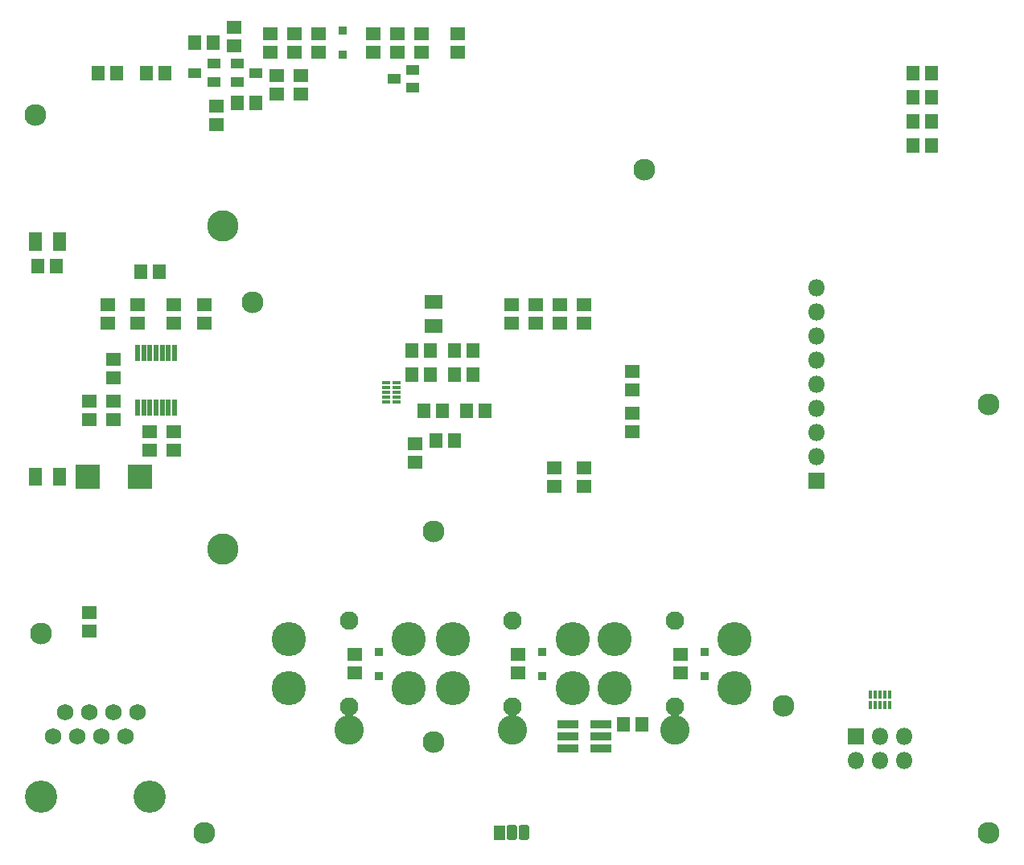
<source format=gbs>
G04 #@! TF.GenerationSoftware,KiCad,Pcbnew,(5.1.6)-1*
G04 #@! TF.CreationDate,2021-04-11T16:08:57+02:00*
G04 #@! TF.ProjectId,wall-sensor-of-room-temperature,77616c6c-2d73-4656-9e73-6f722d6f662d,rev?*
G04 #@! TF.SameCoordinates,Original*
G04 #@! TF.FileFunction,Soldermask,Bot*
G04 #@! TF.FilePolarity,Negative*
%FSLAX46Y46*%
G04 Gerber Fmt 4.6, Leading zero omitted, Abs format (unit mm)*
G04 Created by KiCad (PCBNEW (5.1.6)-1) date 2021-04-11 16:08:57*
%MOMM*%
%LPD*%
G01*
G04 APERTURE LIST*
%ADD10R,0.400000X0.900000*%
%ADD11R,0.900000X0.400000*%
%ADD12R,0.500000X1.700000*%
%ADD13C,0.150000*%
%ADD14C,2.300000*%
%ADD15R,1.400000X1.100000*%
%ADD16C,3.300000*%
%ADD17O,1.800000X1.800000*%
%ADD18R,1.800000X1.800000*%
%ADD19R,2.300000X0.900000*%
%ADD20R,1.150000X1.600000*%
%ADD21C,1.750000*%
%ADD22C,3.400000*%
%ADD23C,1.950000*%
%ADD24C,3.100000*%
%ADD25C,3.600000*%
%ADD26R,1.400000X1.600000*%
%ADD27R,1.600000X1.400000*%
%ADD28R,0.900000X0.900000*%
%ADD29R,2.600000X2.600000*%
G04 APERTURE END LIST*
D10*
X129675000Y-142145000D03*
X131175000Y-142145000D03*
X129175000Y-141065000D03*
X129675000Y-141065000D03*
X130175000Y-142145000D03*
X130675000Y-142145000D03*
X129175000Y-142145000D03*
X130175000Y-141065000D03*
X130675000Y-141065000D03*
X131175000Y-141065000D03*
D11*
X78200000Y-108720000D03*
X78200000Y-110220000D03*
X79280000Y-108220000D03*
X79280000Y-108720000D03*
X78200000Y-109220000D03*
X78200000Y-109720000D03*
X78200000Y-108220000D03*
X79280000Y-109220000D03*
X79280000Y-109720000D03*
X79280000Y-110220000D03*
D12*
X54625000Y-105087500D03*
D13*
G36*
X55675000Y-104237500D02*
G01*
X56175000Y-104237500D01*
X56175000Y-105937500D01*
X55675000Y-105937500D01*
X55675000Y-104237500D01*
G37*
D12*
X53975000Y-110812500D03*
X55275000Y-105087500D03*
X53325000Y-105087500D03*
X53325000Y-110812500D03*
X55275000Y-110812500D03*
X52025000Y-105087500D03*
X52675000Y-105087500D03*
X53975000Y-105087500D03*
X54625000Y-110812500D03*
X52675000Y-110812500D03*
X55925000Y-110812500D03*
X52025000Y-110812500D03*
D14*
X59055000Y-155575000D03*
X120015000Y-142240000D03*
D15*
X62500000Y-76515000D03*
X64500000Y-75565000D03*
X62500000Y-74615000D03*
D14*
X41910000Y-134620000D03*
X83185000Y-146050000D03*
D16*
X61000000Y-125720000D03*
X61000000Y-91720000D03*
D14*
X141605000Y-110490000D03*
X141605000Y-155575000D03*
X83185000Y-123825000D03*
X105410000Y-85725000D03*
X64135000Y-99695000D03*
X41275000Y-80010000D03*
D17*
X123515000Y-110910000D03*
X123515000Y-108370000D03*
X123515000Y-98210000D03*
X123515000Y-100750000D03*
X123515000Y-115990000D03*
D18*
X123515000Y-118530000D03*
D17*
X123515000Y-113450000D03*
X123515000Y-105830000D03*
X123515000Y-103290000D03*
D19*
X100787200Y-145415000D03*
X100787200Y-146685000D03*
X100787200Y-144145000D03*
X97332800Y-146685000D03*
X97332800Y-145415000D03*
X97332800Y-144145000D03*
G36*
G01*
X92135000Y-156087500D02*
X92135000Y-155062500D01*
G75*
G02*
X92422500Y-154775000I287500J0D01*
G01*
X92997500Y-154775000D01*
G75*
G02*
X93285000Y-155062500I0J-287500D01*
G01*
X93285000Y-156087500D01*
G75*
G02*
X92997500Y-156375000I-287500J0D01*
G01*
X92422500Y-156375000D01*
G75*
G02*
X92135000Y-156087500I0J287500D01*
G01*
G37*
G36*
G01*
X90865000Y-156087500D02*
X90865000Y-155062500D01*
G75*
G02*
X91152500Y-154775000I287500J0D01*
G01*
X91727500Y-154775000D01*
G75*
G02*
X92015000Y-155062500I0J-287500D01*
G01*
X92015000Y-156087500D01*
G75*
G02*
X91727500Y-156375000I-287500J0D01*
G01*
X91152500Y-156375000D01*
G75*
G02*
X90865000Y-156087500I0J287500D01*
G01*
G37*
D20*
X90170000Y-155575000D03*
D21*
X45721000Y-145415000D03*
X52071000Y-142875000D03*
D22*
X41909000Y-151765000D03*
D21*
X50801000Y-145415000D03*
X44451000Y-142875000D03*
X48261000Y-145415000D03*
X46991000Y-142875000D03*
X49531000Y-142875000D03*
X43181000Y-145415000D03*
D22*
X53341000Y-151765000D03*
D23*
X74295000Y-142320000D03*
X74295000Y-133270000D03*
D24*
X74295000Y-144745000D03*
D25*
X80595000Y-140345000D03*
X80595000Y-135245000D03*
X67995000Y-140345000D03*
X67995000Y-135245000D03*
D23*
X91500000Y-142320000D03*
X91500000Y-133270000D03*
D24*
X91500000Y-144745000D03*
D25*
X97800000Y-140345000D03*
X97800000Y-135245000D03*
X85200000Y-140345000D03*
X85200000Y-135245000D03*
D23*
X108585000Y-142320000D03*
X108585000Y-133270000D03*
D24*
X108585000Y-144745000D03*
D25*
X114885000Y-140345000D03*
X114885000Y-135245000D03*
X102285000Y-140345000D03*
X102285000Y-135245000D03*
D26*
X105110000Y-144145000D03*
X103170000Y-144145000D03*
X133650000Y-80645000D03*
X135590000Y-80645000D03*
D27*
X66040000Y-73360000D03*
X66040000Y-71420000D03*
X62230000Y-72725000D03*
X62230000Y-70785000D03*
D26*
X54945000Y-75565000D03*
X53005000Y-75565000D03*
D27*
X60325000Y-80980000D03*
X60325000Y-79040000D03*
X46990000Y-134320000D03*
X46990000Y-132380000D03*
D13*
G36*
X41975000Y-92395000D02*
G01*
X41975000Y-94295000D01*
X40575000Y-94295000D01*
X40575000Y-92395000D01*
X41975000Y-92395000D01*
G37*
G36*
X44515000Y-92395000D02*
G01*
X44515000Y-94295000D01*
X43115000Y-94295000D01*
X43115000Y-92395000D01*
X44515000Y-92395000D01*
G37*
D27*
X66675000Y-77805000D03*
X66675000Y-75865000D03*
X69215000Y-75865000D03*
X69215000Y-77805000D03*
D26*
X54310000Y-96520000D03*
X52370000Y-96520000D03*
D27*
X55880000Y-101935000D03*
X55880000Y-99995000D03*
X59055000Y-101935000D03*
X59055000Y-99995000D03*
D26*
X88600000Y-111125000D03*
X86660000Y-111125000D03*
D27*
X91440000Y-99995000D03*
X91440000Y-101935000D03*
X93980000Y-99995000D03*
X93980000Y-101935000D03*
X96520000Y-99995000D03*
X96520000Y-101935000D03*
X55880000Y-113330000D03*
X55880000Y-115270000D03*
X53340000Y-113330000D03*
X53340000Y-115270000D03*
X99060000Y-99995000D03*
X99060000Y-101935000D03*
X46990000Y-112095000D03*
X46990000Y-110155000D03*
X49530000Y-112095000D03*
X49530000Y-110155000D03*
D13*
G36*
X84135000Y-100395000D02*
G01*
X82235000Y-100395000D01*
X82235000Y-98995000D01*
X84135000Y-98995000D01*
X84135000Y-100395000D01*
G37*
G36*
X84135000Y-102935000D02*
G01*
X82235000Y-102935000D01*
X82235000Y-101535000D01*
X84135000Y-101535000D01*
X84135000Y-102935000D01*
G37*
D27*
X81280000Y-116540000D03*
X81280000Y-114600000D03*
X104140000Y-106980000D03*
X104140000Y-108920000D03*
D26*
X87330000Y-104775000D03*
X85390000Y-104775000D03*
X87330000Y-107315000D03*
X85390000Y-107315000D03*
X84155000Y-111125000D03*
X82215000Y-111125000D03*
X85425000Y-114300000D03*
X83485000Y-114300000D03*
D27*
X85725000Y-71420000D03*
X85725000Y-73360000D03*
X81915000Y-73360000D03*
X81915000Y-71420000D03*
D15*
X81010000Y-75250000D03*
X79010000Y-76200000D03*
X81010000Y-77150000D03*
D17*
X127635000Y-147955000D03*
X130175000Y-147955000D03*
X130175000Y-145415000D03*
D18*
X127635000Y-145415000D03*
D17*
X132715000Y-147955000D03*
X132715000Y-145415000D03*
D28*
X77470000Y-136525000D03*
X77470000Y-139065000D03*
X94615000Y-136525000D03*
X94615000Y-139065000D03*
X111760000Y-136525000D03*
X111760000Y-139065000D03*
X73660000Y-73660000D03*
X73660000Y-71120000D03*
D15*
X60055000Y-74615000D03*
X58055000Y-75565000D03*
X60055000Y-76515000D03*
D29*
X52280000Y-118110000D03*
X46780000Y-118110000D03*
D27*
X74930000Y-136825000D03*
X74930000Y-138765000D03*
X92075000Y-136825000D03*
X92075000Y-138765000D03*
X109220000Y-136825000D03*
X109220000Y-138765000D03*
D26*
X133650000Y-83185000D03*
X135590000Y-83185000D03*
X133650000Y-75565000D03*
X135590000Y-75565000D03*
X133650000Y-78105000D03*
X135590000Y-78105000D03*
D27*
X71120000Y-73360000D03*
X71120000Y-71420000D03*
D26*
X49865000Y-75565000D03*
X47925000Y-75565000D03*
X58085000Y-72390000D03*
X60025000Y-72390000D03*
X64470000Y-78740000D03*
X62530000Y-78740000D03*
X41575000Y-95885000D03*
X43515000Y-95885000D03*
D27*
X68580000Y-73360000D03*
X68580000Y-71420000D03*
X52070000Y-101935000D03*
X52070000Y-99995000D03*
X49530000Y-105710000D03*
X49530000Y-107650000D03*
X48895000Y-99995000D03*
X48895000Y-101935000D03*
D13*
G36*
X43115000Y-119060000D02*
G01*
X43115000Y-117160000D01*
X44515000Y-117160000D01*
X44515000Y-119060000D01*
X43115000Y-119060000D01*
G37*
G36*
X40575000Y-119060000D02*
G01*
X40575000Y-117160000D01*
X41975000Y-117160000D01*
X41975000Y-119060000D01*
X40575000Y-119060000D01*
G37*
D27*
X95885000Y-117140000D03*
X95885000Y-119080000D03*
X99060000Y-117140000D03*
X99060000Y-119080000D03*
D26*
X82885000Y-104775000D03*
X80945000Y-104775000D03*
X82885000Y-107315000D03*
X80945000Y-107315000D03*
D27*
X76835000Y-73360000D03*
X76835000Y-71420000D03*
X79375000Y-73360000D03*
X79375000Y-71420000D03*
X104140000Y-111425000D03*
X104140000Y-113365000D03*
M02*

</source>
